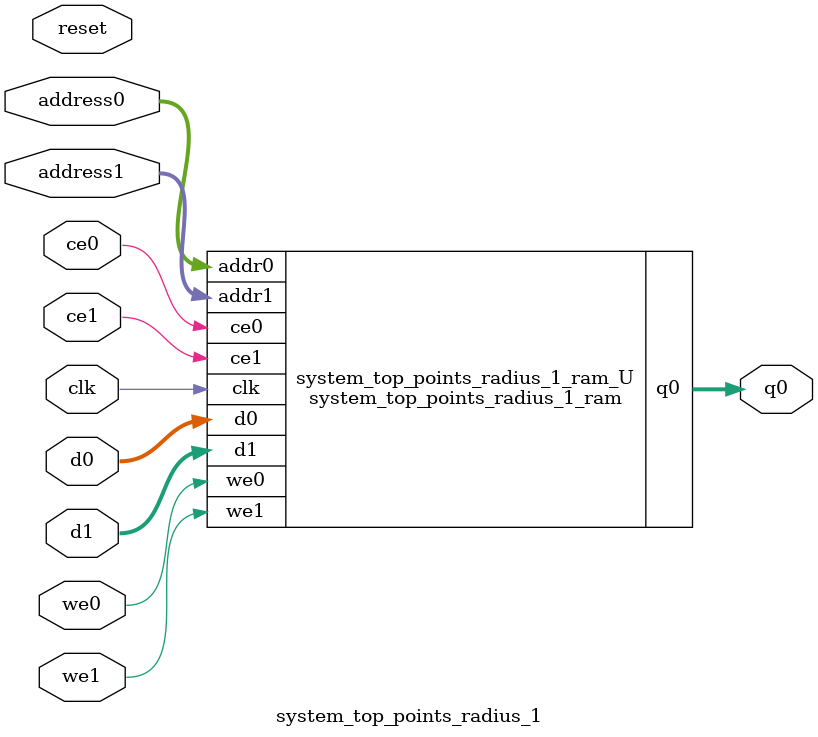
<source format=v>
`timescale 1 ns / 1 ps
module system_top_points_radius_1_ram (addr0, ce0, d0, we0, q0, addr1, ce1, d1, we1,  clk);

parameter DWIDTH = 64;
parameter AWIDTH = 10;
parameter MEM_SIZE = 1000;

input[AWIDTH-1:0] addr0;
input ce0;
input[DWIDTH-1:0] d0;
input we0;
output reg[DWIDTH-1:0] q0;
input[AWIDTH-1:0] addr1;
input ce1;
input[DWIDTH-1:0] d1;
input we1;
input clk;

reg [DWIDTH-1:0] ram[0:MEM_SIZE-1];




always @(posedge clk)  
begin 
    if (ce0) begin
        if (we0) 
            ram[addr0] <= d0; 
        q0 <= ram[addr0];
    end
end


always @(posedge clk)  
begin 
    if (ce1) begin
        if (we1) 
            ram[addr1] <= d1; 
    end
end


endmodule

`timescale 1 ns / 1 ps
module system_top_points_radius_1(
    reset,
    clk,
    address0,
    ce0,
    we0,
    d0,
    q0,
    address1,
    ce1,
    we1,
    d1);

parameter DataWidth = 32'd64;
parameter AddressRange = 32'd1000;
parameter AddressWidth = 32'd10;
input reset;
input clk;
input[AddressWidth - 1:0] address0;
input ce0;
input we0;
input[DataWidth - 1:0] d0;
output[DataWidth - 1:0] q0;
input[AddressWidth - 1:0] address1;
input ce1;
input we1;
input[DataWidth - 1:0] d1;



system_top_points_radius_1_ram system_top_points_radius_1_ram_U(
    .clk( clk ),
    .addr0( address0 ),
    .ce0( ce0 ),
    .we0( we0 ),
    .d0( d0 ),
    .q0( q0 ),
    .addr1( address1 ),
    .ce1( ce1 ),
    .we1( we1 ),
    .d1( d1 ));

endmodule


</source>
